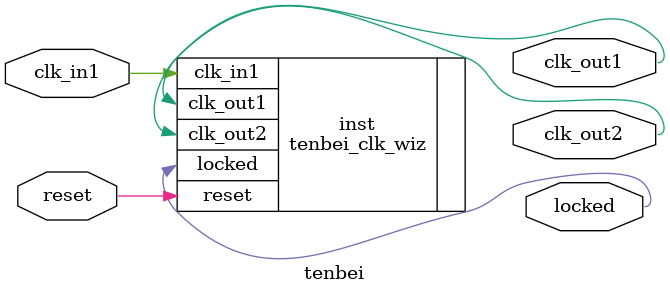
<source format=v>


`timescale 1ps/1ps

(* CORE_GENERATION_INFO = "tenbei,clk_wiz_v5_4_3_0,{component_name=tenbei,use_phase_alignment=true,use_min_o_jitter=false,use_max_i_jitter=false,use_dyn_phase_shift=false,use_inclk_switchover=false,use_dyn_reconfig=false,enable_axi=0,feedback_source=FDBK_AUTO,PRIMITIVE=PLL,num_out_clk=2,clkin1_period=10.000,clkin2_period=10.000,use_power_down=false,use_reset=true,use_locked=true,use_inclk_stopped=false,feedback_type=SINGLE,CLOCK_MGR_TYPE=NA,manual_override=false}" *)

module tenbei 
 (
  // Clock out ports
  output        clk_out1,
  output        clk_out2,
  // Status and control signals
  input         reset,
  output        locked,
 // Clock in ports
  input         clk_in1
 );

  tenbei_clk_wiz inst
  (
  // Clock out ports  
  .clk_out1(clk_out1),
  .clk_out2(clk_out2),
  // Status and control signals               
  .reset(reset), 
  .locked(locked),
 // Clock in ports
  .clk_in1(clk_in1)
  );

endmodule

</source>
